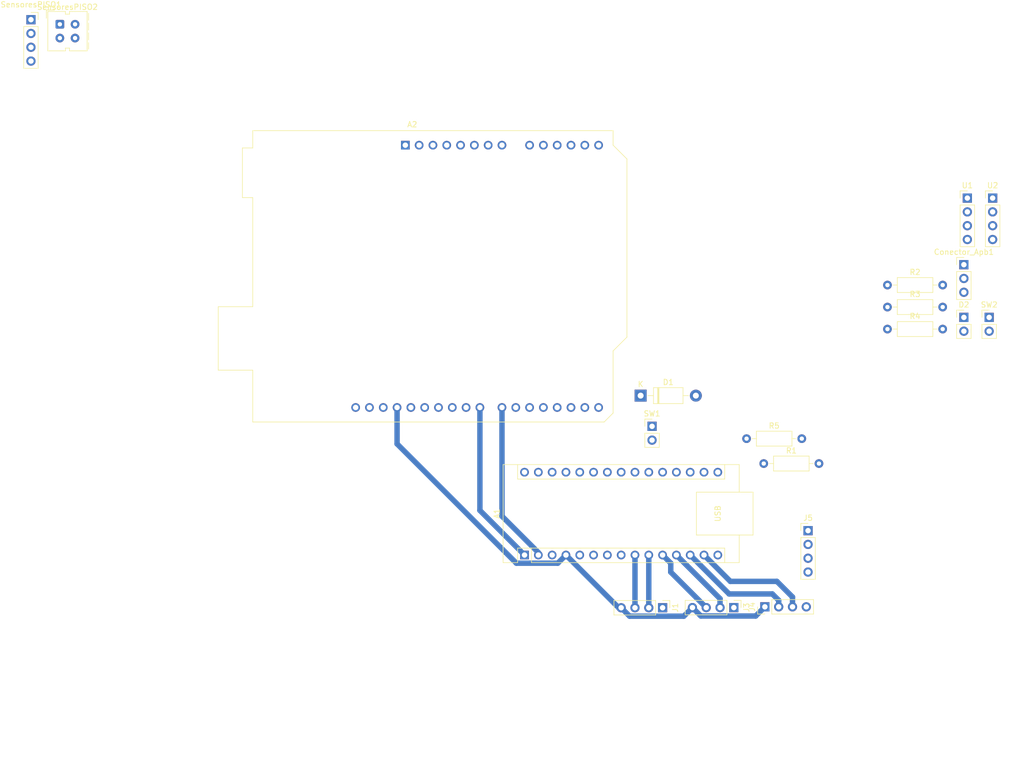
<source format=kicad_pcb>
(kicad_pcb (version 20240108) (generator "pcbnew") (generator_version "8.0")
  (layers (0 "F.Cu" signal) (31 "B.Cu" signal) (34 "B.Paste" user) (35 "F.Paste" user) (36 "B.SilkS" user "B.Silkscreen") (37 "F.SilkS" user "F.Silkscreen") (38 "B.Mask" user) (39 "F.Mask" user) (44 "Edge.Cuts" user))
  (net 0 "")
  (net 1 "AIN2 MONSTER SHIELD")
  (net 5 "ECHO 1")
  (net 6 "SENSOR DE PISO 1")
  (net 8 "ECHO 3")
  (net 9 "ECHO 4")
  (net 11 "TRIG 4")
  (net 12 "ECHO 2")
  (net 13 "GND")
  (net 16 "TRIG 2")
  (net 17 "VIN")
  (net 18 "AIN1 MONSTER SHIELD")
  (net 19 "SENSOR DE PISO 2")
  (net 20 "TRIG 3")
  (net 21 "BIN 2 MONSTER SHIELD")
  (net 22 "TRIG 1")
  (net 23 "BIN 1 MONSTER SHIELD")
  (net 24 "+5V")
  (net 25 "PWM A MONSTER SHIELD")
  (net 26 "PWM B MONSTER SHIELD")
  (net 28 "Earth")
  (net 33 "Net-(Conector_Apb1-Pin_1)")
  (net 34 "Net-(D1-A)")
  (net 41 "Net-(D2-K)")
  (net 42 "Net-(U1-K)")
  (net 45 "Net-(D2-A)")
  (net 50 "Net-(U2-K)")
  (net 51 "BOTON ")
  (footprint "Connector_PinHeader_2.54mm:PinHeader_1x04_P2.54mm_Vertical" (layer "F.Cu") (at 131.14 109.99 -90)
    (property "Reference" "J3" (at 0 -2.33 90) (layer "F.SilkS"))
    (property "Value" "Ultrasonico 2")
    (fp_line (start -1.33 8.95) (end 1.33 8.95) (stroke (width 0.12)) (layer "F.SilkS"))
    (fp_line (start -1.33 1.27) (end -1.33 8.95) (stroke (width 0.12)) (layer "F.SilkS"))
    (fp_line (start -1.33 1.27) (end 1.33 1.27) (stroke (width 0.12)) (layer "F.SilkS"))
    (fp_line (start 1.33 1.27) (end 1.33 8.95) (stroke (width 0.12)) (layer "F.SilkS"))
    (fp_line (start -1.33 0) (end -1.33 -1.33) (stroke (width 0.12)) (layer "F.SilkS"))
    (fp_line (start -1.33 -1.33) (end 0 -1.33) (stroke (width 0.12)) (layer "F.SilkS"))
    (pad "1" thru_hole rect (at 0 0 270) (size 1.7 1.7) (drill 1) (layers "*.Cu" "*.Mask") (net 24 "+5V"))
    (pad "2" thru_hole oval (at 0 2.54 270) (size 1.7 1.7) (drill 1) (layers "*.Cu" "*.Mask") (net 16 "TRIG 2"))
    (pad "3" thru_hole oval (at 0 5.08 270) (size 1.7 1.7) (drill 1) (layers "*.Cu" "*.Mask") (net 12 "ECHO 2"))
    (pad "4" thru_hole oval (at 0 7.62 270) (size 1.7 1.7) (drill 1) (layers "*.Cu" "*.Mask") (net 13 "GND"))
  )
  (footprint "Connector_PinHeader_2.54mm:PinHeader_1x04_P2.54mm_Vertical" (layer "F.Cu") (at 144.79 95.83)
    (property "Reference" "J5" (at 0 -2.33 0) (layer "F.SilkS"))
    (property "Value" "Ultrasonico 4")
    (fp_line (start -1.33 -1.33) (end 0 -1.33) (stroke (width 0.12)) (layer "F.SilkS"))
    (fp_line (start -1.33 0) (end -1.33 -1.33) (stroke (width 0.12)) (layer "F.SilkS"))
    (fp_line (start -1.33 1.27) (end -1.33 8.95) (stroke (width 0.12)) (layer "F.SilkS"))
    (fp_line (start -1.33 1.27) (end 1.33 1.27) (stroke (width 0.12)) (layer "F.SilkS"))
    (fp_line (start -1.33 8.95) (end 1.33 8.95) (stroke (width 0.12)) (layer "F.SilkS"))
    (fp_line (start 1.33 1.27) (end 1.33 8.95) (stroke (width 0.12)) (layer "F.SilkS"))
    (pad "1" thru_hole rect (at 0 0) (size 1.7 1.7) (drill 1) (layers "*.Cu" "*.Mask") (net 24 "+5V"))
    (pad "2" thru_hole oval (at 0 2.54) (size 1.7 1.7) (drill 1) (layers "*.Cu" "*.Mask") (net 11 "TRIG 4"))
    (pad "3" thru_hole oval (at 0 5.08) (size 1.7 1.7) (drill 1) (layers "*.Cu" "*.Mask") (net 9 "ECHO 4"))
    (pad "4" thru_hole oval (at 0 7.62) (size 1.7 1.7) (drill 1) (layers "*.Cu" "*.Mask") (net 13 "GND"))
  )
  (footprint "OptoDevice:Vishay_CNY70" (layer "F.Cu") (at 7.14 2.67)
    (property "Reference" "SensoresPISO2" (at 1.4 -3.17 0) (layer "F.SilkS"))
    (property "Value" "Conn_01x04")
    (fp_line (start -2.48 -2.61) (end -2.48 -1.11) (stroke (width 0.12)) (layer "F.SilkS"))
    (fp_line (start -2.48 -2.61) (end -0.98 -2.61) (stroke (width 0.12)) (layer "F.SilkS"))
    (fp_line (start -2.22 -2.35) (end -2.22 4.89) (stroke (width 0.12)) (layer "F.SilkS"))
    (fp_line (start 1.02 -2.35) (end -2.22 -2.35) (stroke (width 0.12)) (layer "F.SilkS"))
    (fp_line (start 1.02 -2.35) (end 1.02 -1.85) (stroke (width 0.12)) (layer "F.SilkS"))
    (fp_line (start 1.02 -1.85) (end 1.78 -1.85) (stroke (width 0.12)) (layer "F.SilkS"))
    (fp_line (start 1.02 4.39) (end 1.02 4.89) (stroke (width 0.12)) (layer "F.SilkS"))
    (fp_line (start 1.02 4.89) (end -2.22 4.89) (stroke (width 0.12)) (layer "F.SilkS"))
    (fp_line (start 1.78 -2.35) (end 5.02 -2.35) (stroke (width 0.12)) (layer "F.SilkS"))
    (fp_line (start 1.78 -1.85) (end 1.78 -2.35) (stroke (width 0.12)) (layer "F.SilkS"))
    (fp_line (start 1.78 4.39) (end 1.02 4.39) (stroke (width 0.12)) (layer "F.SilkS"))
    (fp_line (start 1.78 4.89) (end 1.78 4.39) (stroke (width 0.12)) (layer "F.SilkS"))
    (fp_line (start 1.78 4.89) (end 5.02 4.89) (stroke (width 0.12)) (layer "F.SilkS"))
    (fp_line (start 5.02 4.89) (end 5.02 -2.35) (stroke (width 0.12)) (layer "F.SilkS"))
    (fp_line (start 5.28 -2.03) (end 5.28 4.57) (stroke (width 0.12) (type dash)) (layer "F.SilkS"))
    (pad "1" thru_hole roundrect (at 0 0) (size 1.6 1.6) (drill 0.8) (layers "*.Cu" "*.Mask") (roundrect_rratio 0.156) (net 24 "+5V"))
    (pad "2" thru_hole circle (at 0 2.54) (size 1.6 1.6) (drill 0.8) (layers "*.Cu" "*.Mask"))
    (pad "3" thru_hole circle (at 2.8 2.54) (size 1.6 1.6) (drill 0.8) (layers "*.Cu" "*.Mask") (net 13 "GND"))
    (pad "4" thru_hole circle (at 2.8 0) (size 1.6 1.6) (drill 0.8) (layers "*.Cu" "*.Mask") (net 19 "SENSOR DE PISO 2"))
  )
  (footprint "Connector_PinHeader_2.54mm:PinHeader_1x04_P2.54mm_Vertical" (layer "F.Cu") (at 174.1 34.65)
    (property "Reference" "U1" (at 0 -2.33 0) (layer "F.SilkS"))
    (property "Value" "CNY70")
    (fp_line (start -1.33 -1.33) (end 0 -1.33) (stroke (width 0.12)) (layer "F.SilkS"))
    (fp_line (start -1.33 0) (end -1.33 -1.33) (stroke (width 0.12)) (layer "F.SilkS"))
    (fp_line (start -1.33 1.27) (end -1.33 8.95) (stroke (width 0.12)) (layer "F.SilkS"))
    (fp_line (start -1.33 1.27) (end 1.33 1.27) (stroke (width 0.12)) (layer "F.SilkS"))
    (fp_line (start -1.33 8.95) (end 1.33 8.95) (stroke (width 0.12)) (layer "F.SilkS"))
    (fp_line (start 1.33 1.27) (end 1.33 8.95) (stroke (width 0.12)) (layer "F.SilkS"))
    (pad "1" thru_hole rect (at 0 0) (size 1.7 1.7) (drill 1) (layers "*.Cu" "*.Mask") (net 24 "+5V"))
    (pad "2" thru_hole oval (at 0 2.54) (size 1.7 1.7) (drill 1) (layers "*.Cu" "*.Mask") (net 42 "Net-(U1-K)"))
    (pad "3" thru_hole oval (at 0 5.08) (size 1.7 1.7) (drill 1) (layers "*.Cu" "*.Mask") (net 24 "+5V"))
    (pad "4" thru_hole oval (at 0 7.62) (size 1.7 1.7) (drill 1) (layers "*.Cu" "*.Mask") (net 6 "SENSOR DE PISO 1"))
  )
  (footprint "Connector_PinHeader_2.54mm:PinHeader_1x02_P2.54mm_Vertical" (layer "F.Cu") (at 116.09 76.64)
    (property "Reference" "SW1" (at 0 -2.33 0) (layer "F.SilkS"))
    (property "Value" "SW_SPST")
    (fp_line (start -1.33 -1.33) (end 0 -1.33) (stroke (width 0.12)) (layer "F.SilkS"))
    (fp_line (start -1.33 0) (end -1.33 -1.33) (stroke (width 0.12)) (layer "F.SilkS"))
    (fp_line (start -1.33 1.27) (end -1.33 3.87) (stroke (width 0.12)) (layer "F.SilkS"))
    (fp_line (start -1.33 1.27) (end 1.33 1.27) (stroke (width 0.12)) (layer "F.SilkS"))
    (fp_line (start -1.33 3.87) (end 1.33 3.87) (stroke (width 0.12)) (layer "F.SilkS"))
    (fp_line (start 1.33 1.27) (end 1.33 3.87) (stroke (width 0.12)) (layer "F.SilkS"))
    (pad "1" thru_hole rect (at 0 0) (size 1.7 1.7) (drill 1) (layers "*.Cu" "*.Mask") (net 34 "Net-(D1-A)"))
    (pad "2" thru_hole oval (at 0 2.54) (size 1.7 1.7) (drill 1) (layers "*.Cu" "*.Mask") (net 45 "Net-(D2-A)"))
  )
  (footprint "Resistor_THT:R_Axial_DIN0207_L6.3mm_D2.5mm_P10.16mm_Horizontal" (layer "F.Cu") (at 159.4 58.75)
    (property "Reference" "R4" (at 5.08 -2.37 0) (layer "F.SilkS"))
    (property "Value" "200")
    (fp_line (start 1.04 0) (end 1.81 0) (stroke (width 0.12)) (layer "F.SilkS"))
    (fp_line (start 1.81 -1.37) (end 1.81 1.37) (stroke (width 0.12)) (layer "F.SilkS"))
    (fp_line (start 1.81 1.37) (end 8.35 1.37) (stroke (width 0.12)) (layer "F.SilkS"))
    (fp_line (start 8.35 -1.37) (end 1.81 -1.37) (stroke (width 0.12)) (layer "F.SilkS"))
    (fp_line (start 8.35 1.37) (end 8.35 -1.37) (stroke (width 0.12)) (layer "F.SilkS"))
    (fp_line (start 9.12 0) (end 8.35 0) (stroke (width 0.12)) (layer "F.SilkS"))
    (pad "1" thru_hole circle (at 0 0) (size 1.6 1.6) (drill 0.8) (layers "*.Cu" "*.Mask") (net 13 "GND"))
    (pad "2" thru_hole oval (at 10.16 0) (size 1.6 1.6) (drill 0.8) (layers "*.Cu" "*.Mask") (net 50 "Net-(U2-K)"))
  )
  (footprint "Connector_PinHeader_2.54mm:PinHeader_1x03_P2.54mm_Vertical" (layer "F.Cu") (at 173.46 46.9)
    (property "Reference" "Conector_Apb1" (at 0 -2.33 0) (layer "F.SilkS"))
    (property "Value" "Conector Apb")
    (fp_line (start -1.33 -1.33) (end 0 -1.33) (stroke (width 0.12)) (layer "F.SilkS"))
    (fp_line (start -1.33 0) (end -1.33 -1.33) (stroke (width 0.12)) (layer "F.SilkS"))
    (fp_line (start -1.33 1.27) (end -1.33 6.41) (stroke (width 0.12)) (layer "F.SilkS"))
    (fp_line (start -1.33 1.27) (end 1.33 1.27) (stroke (width 0.12)) (layer "F.SilkS"))
    (fp_line (start -1.33 6.41) (end 1.33 6.41) (stroke (width 0.12)) (layer "F.SilkS"))
    (fp_line (start 1.33 1.27) (end 1.33 6.41) (stroke (width 0.12)) (layer "F.SilkS"))
    (pad "1" thru_hole rect (at 0 0) (size 1.7 1.7) (drill 1) (layers "*.Cu" "*.Mask") (net 33 "Net-(Conector_Apb1-Pin_1)"))
    (pad "2" thru_hole oval (at 0 2.54) (size 1.7 1.7) (drill 1) (layers "*.Cu" "*.Mask") (net 28 "Earth"))
    (pad "3" thru_hole oval (at 0 5.08) (size 1.7 1.7) (drill 1) (layers "*.Cu" "*.Mask") (net 33 "Net-(Conector_Apb1-Pin_1)"))
  )
  (footprint "Connector_PinHeader_2.54mm:PinHeader_1x02_P2.54mm_Vertical" (layer "F.Cu") (at 178.11 56.6)
    (property "Reference" "SW2" (at 0 -2.33 0) (layer "F.SilkS"))
    (property "Value" "SW_Push")
    (fp_line (start -1.33 -1.33) (end 0 -1.33) (stroke (width 0.12)) (layer "F.SilkS"))
    (fp_line (start -1.33 0) (end -1.33 -1.33) (stroke (width 0.12)) (layer "F.SilkS"))
    (fp_line (start -1.33 1.27) (end -1.33 3.87) (stroke (width 0.12)) (layer "F.SilkS"))
    (fp_line (start -1.33 1.27) (end 1.33 1.27) (stroke (width 0.12)) (layer "F.SilkS"))
    (fp_line (start -1.33 3.87) (end 1.33 3.87) (stroke (width 0.12)) (layer "F.SilkS"))
    (fp_line (start 1.33 1.27) (end 1.33 3.87) (stroke (width 0.12)) (layer "F.SilkS"))
    (pad "1" thru_hole rect (at 0 0) (size 1.7 1.7) (drill 1) (layers "*.Cu" "*.Mask") (net 51 "BOTON "))
    (pad "2" thru_hole oval (at 0 2.54) (size 1.7 1.7) (drill 1) (layers "*.Cu" "*.Mask") (net 13 "GND"))
  )
  (footprint "Resistor_THT:R_Axial_DIN0207_L6.3mm_D2.5mm_P10.16mm_Horizontal" (layer "F.Cu") (at 133.48 78.91)
    (property "Reference" "R5" (at 5.08 -2.37 0) (layer "F.SilkS"))
    (property "Value" "10K")
    (fp_line (start 1.04 0) (end 1.81 0) (stroke (width 0.12)) (layer "F.SilkS"))
    (fp_line (start 1.81 -1.37) (end 1.81 1.37) (stroke (width 0.12)) (layer "F.SilkS"))
    (fp_line (start 1.81 1.37) (end 8.35 1.37) (stroke (width 0.12)) (layer "F.SilkS"))
    (fp_line (start 8.35 -1.37) (end 1.81 -1.37) (stroke (width 0.12)) (layer "F.SilkS"))
    (fp_line (start 8.35 1.37) (end 8.35 -1.37) (stroke (width 0.12)) (layer "F.SilkS"))
    (fp_line (start 9.12 0) (end 8.35 0) (stroke (width 0.12)) (layer "F.SilkS"))
    (pad "1" thru_hole circle (at 0 0) (size 1.6 1.6) (drill 0.8) (layers "*.Cu" "*.Mask") (net 19 "SENSOR DE PISO 2"))
    (pad "2" thru_hole oval (at 10.16 0) (size 1.6 1.6) (drill 0.8) (layers "*.Cu" "*.Mask") (net 13 "GND"))
  )
  (footprint "Diode_THT:D_DO-41_SOD81_P10.16mm_Horizontal" (layer "F.Cu") (at 113.99 70.995)
    (property "Reference" "D1" (at 5.08 -2.47 0) (layer "F.SilkS"))
    (property "Value" "SB120")
    (fp_line (start 1.34 0) (end 2.36 0) (stroke (width 0.12)) (layer "F.SilkS"))
    (fp_line (start 2.36 -1.47) (end 2.36 1.47) (stroke (width 0.12)) (layer "F.SilkS"))
    (fp_line (start 2.36 1.47) (end 7.8 1.47) (stroke (width 0.12)) (layer "F.SilkS"))
    (fp_line (start 3.14 -1.47) (end 3.14 1.47) (stroke (width 0.12)) (layer "F.SilkS"))
    (fp_line (start 3.26 -1.47) (end 3.26 1.47) (stroke (width 0.12)) (layer "F.SilkS"))
    (fp_line (start 3.38 -1.47) (end 3.38 1.47) (stroke (width 0.12)) (layer "F.SilkS"))
    (fp_line (start 7.8 -1.47) (end 2.36 -1.47) (stroke (width 0.12)) (layer "F.SilkS"))
    (fp_line (start 7.8 1.47) (end 7.8 -1.47) (stroke (width 0.12)) (layer "F.SilkS"))
    (fp_line (start 8.82 0) (end 7.8 0) (stroke (width 0.12)) (layer "F.SilkS"))
    (fp_text user "K" (at 0 -2.1 0) (layer "F.SilkS"))
    (pad "1" thru_hole rect (at 0 0) (size 2.2 2.2) (drill 1.1) (layers "*.Cu" "*.Mask"))
    (pad "2" thru_hole oval (at 10.16 0) (size 2.2 2.2) (drill 1.1) (layers "*.Cu" "*.Mask") (net 34 "Net-(D1-A)"))
  )
  (footprint "Connector_PinHeader_2.54mm:PinHeader_1x04_P2.54mm_Vertical" (layer "F.Cu") (at 136.85 109.85 90)
    (property "Reference" "J4" (at 0 -2.33 -90) (layer "F.SilkS"))
    (property "Value" "Ultrasonico 3")
    (fp_line (start -1.33 -1.33) (end 0 -1.33) (stroke (width 0.12)) (layer "F.SilkS"))
    (fp_line (start -1.33 0) (end -1.33 -1.33) (stroke (width 0.12)) (layer "F.SilkS"))
    (fp_line (start 1.33 1.27) (end 1.33 8.95) (stroke (width 0.12)) (layer "F.SilkS"))
    (fp_line (start -1.33 1.27) (end 1.33 1.27) (stroke (width 0.12)) (layer "F.SilkS"))
    (fp_line (start -1.33 1.27) (end -1.33 8.95) (stroke (width 0.12)) (layer "F.SilkS"))
    (fp_line (start -1.33 8.95) (end 1.33 8.95) (stroke (width 0.12)) (layer "F.SilkS"))
    (pad "1" thru_hole rect (at 0 0 90) (size 1.7 1.7) (drill 1) (layers "*.Cu" "*.Mask") (net 13 "GND"))
    (pad "2" thru_hole oval (at 0 2.54 90) (size 1.7 1.7) (drill 1) (layers "*.Cu" "*.Mask") (net 8 "ECHO 3"))
    (pad "3" thru_hole oval (at 0 5.08 90) (size 1.7 1.7) (drill 1) (layers "*.Cu" "*.Mask") (net 20 "TRIG 3"))
    (pad "4" thru_hole oval (at 0 7.62 90) (size 1.7 1.7) (drill 1) (layers "*.Cu" "*.Mask") (net 24 "+5V"))
  )
  (footprint "Resistor_THT:R_Axial_DIN0207_L6.3mm_D2.5mm_P10.16mm_Horizontal" (layer "F.Cu") (at 159.4 54.7)
    (property "Reference" "R3" (at 5.08 -2.37 0) (layer "F.SilkS"))
    (property "Value" "200")
    (fp_line (start 1.04 0) (end 1.81 0) (stroke (width 0.12)) (layer "F.SilkS"))
    (fp_line (start 1.81 -1.37) (end 1.81 1.37) (stroke (width 0.12)) (layer "F.SilkS"))
    (fp_line (start 1.81 1.37) (end 8.35 1.37) (stroke (width 0.12)) (layer "F.SilkS"))
    (fp_line (start 8.35 -1.37) (end 1.81 -1.37) (stroke (width 0.12)) (layer "F.SilkS"))
    (fp_line (start 8.35 1.37) (end 8.35 -1.37) (stroke (width 0.12)) (layer "F.SilkS"))
    (fp_line (start 9.12 0) (end 8.35 0) (stroke (width 0.12)) (layer "F.SilkS"))
    (pad "1" thru_hole circle (at 0 0) (size 1.6 1.6) (drill 0.8) (layers "*.Cu" "*.Mask") (net 13 "GND"))
    (pad "2" thru_hole oval (at 10.16 0) (size 1.6 1.6) (drill 0.8) (layers "*.Cu" "*.Mask") (net 42 "Net-(U1-K)"))
  )
  (footprint "Module:Arduino_UNO_R3" (layer "F.Cu") (at 70.7 24.915)
    (property "Reference" "A2" (at 1.27 -3.81 180) (layer "F.SilkS"))
    (property "Value" "MONSTER SHIELD")
    (fp_line (start -34.42 29.72) (end -34.42 41.4) (stroke (width 0.12)) (layer "F.SilkS"))
    (fp_line (start -34.42 41.4) (end -28.07 41.4) (stroke (width 0.12)) (layer "F.SilkS"))
    (fp_line (start -29.97 0.51) (end -29.97 9.65) (stroke (width 0.12)) (layer "F.SilkS"))
    (fp_line (start -29.97 9.65) (end -28.07 9.65) (stroke (width 0.12)) (layer "F.SilkS"))
    (fp_line (start -28.07 -2.67) (end -28.07 0.51) (stroke (width 0.12)) (layer "F.SilkS"))
    (fp_line (start -28.07 0.51) (end -29.97 0.51) (stroke (width 0.12)) (layer "F.SilkS"))
    (fp_line (start -28.07 9.65) (end -28.07 29.72) (stroke (width 0.12)) (layer "F.SilkS"))
    (fp_line (start -28.07 29.72) (end -34.42 29.72) (stroke (width 0.12)) (layer "F.SilkS"))
    (fp_line (start -28.07 41.4) (end -28.07 50.93) (stroke (width 0.12)) (layer "F.SilkS"))
    (fp_line (start -28.07 50.93) (end 36.58 50.93) (stroke (width 0.12)) (layer "F.SilkS"))
    (fp_line (start 36.58 50.93) (end 38.23 49.28) (stroke (width 0.12)) (layer "F.SilkS"))
    (fp_line (start 38.23 -2.67) (end -28.07 -2.67) (stroke (width 0.12)) (layer "F.SilkS"))
    (fp_line (start 38.23 0) (end 38.23 -2.67) (stroke (width 0.12)) (layer "F.SilkS"))
    (fp_line (start 38.23 37.85) (end 40.77 35.31) (stroke (width 0.12)) (layer "F.SilkS"))
    (fp_line (start 38.23 49.28) (end 38.23 37.85) (stroke (width 0.12)) (layer "F.SilkS"))
    (fp_line (start 40.77 2.54) (end 38.23 0) (stroke (width 0.12)) (layer "F.SilkS"))
    (fp_line (start 40.77 35.31) (end 40.77 2.54) (stroke (width 0.12)) (layer "F.SilkS"))
    (pad "1" thru_hole rect (at 0 0 90) (size 1.6 1.6) (drill 1) (layers "*.Cu" "*.Mask"))
    (pad "2" thru_hole oval (at 2.54 0 90) (size 1.6 1.6) (drill 1) (layers "*.Cu" "*.Mask"))
    (pad "3" thru_hole oval (at 5.08 0 90) (size 1.6 1.6) (drill 1) (layers "*.Cu" "*.Mask"))
    (pad "4" thru_hole oval (at 7.62 0 90) (size 1.6 1.6) (drill 1) (layers "*.Cu" "*.Mask"))
    (pad "5" thru_hole oval (at 10.16 0 90) (size 1.6 1.6) (drill 1) (layers "*.Cu" "*.Mask") (net 24 "+5V"))
    (pad "6" thru_hole oval (at 12.7 0 90) (size 1.6 1.6) (drill 1) (layers "*.Cu" "*.Mask") (net 13 "GND"))
    (pad "7" thru_hole oval (at 15.24 0 90) (size 1.6 1.6) (drill 1) (layers "*.Cu" "*.Mask") (net 13 "GND"))
    (pad "8" thru_hole oval (at 17.78 0 90) (size 1.6 1.6) (drill 1) (layers "*.Cu" "*.Mask"))
    (pad "9" thru_hole oval (at 22.86 0 90) (size 1.6 1.6) (drill 1) (layers "*.Cu" "*.Mask") (net 24 "+5V"))
    (pad "10" thru_hole oval (at 25.4 0 90) (size 1.6 1.6) (drill 1) (layers "*.Cu" "*.Mask") (net 24 "+5V"))
    (pad "11" thru_hole oval (at 27.94 0 90) (size 1.6 1.6) (drill 1) (layers "*.Cu" "*.Mask"))
    (pad "12" thru_hole oval (at 30.48 0 90) (size 1.6 1.6) (drill 1) (layers "*.Cu" "*.Mask"))
    (pad "13" thru_hole oval (at 33.02 0 90) (size 1.6 1.6) (drill 1) (layers "*.Cu" "*.Mask"))
    (pad "14" thru_hole oval (at 35.56 0 90) (size 1.6 1.6) (drill 1) (layers "*.Cu" "*.Mask"))
    (pad "15" thru_hole oval (at 35.56 48.26 90) (size 1.6 1.6) (drill 1) (layers "*.Cu" "*.Mask"))
    (pad "16" thru_hole oval (at 33.02 48.26 90) (size 1.6 1.6) (drill 1) (layers "*.Cu" "*.Mask"))
    (pad "17" thru_hole oval (at 30.48 48.26 90) (size 1.6 1.6) (drill 1) (layers "*.Cu" "*.Mask"))
    (pad "18" thru_hole oval (at 27.94 48.26 90) (size 1.6 1.6) (drill 1) (layers "*.Cu" "*.Mask"))
    (pad "19" thru_hole oval (at 25.4 48.26 90) (size 1.6 1.6) (drill 1) (layers "*.Cu" "*.Mask") (net 23 "BIN 1 MONSTER SHIELD"))
    (pad "20" thru_hole oval (at 22.86 48.26 90) (size 1.6 1.6) (drill 1) (layers "*.Cu" "*.Mask") (net 25 "PWM A MONSTER SHIELD"))
    (pad "21" thru_hole oval (at 20.32 48.26 90) (size 1.6 1.6) (drill 1) (layers "*.Cu" "*.Mask") (net 26 "PWM B MONSTER SHIELD"))
    (pad "22" thru_hole oval (at 17.78 48.26 90) (size 1.6 1.6) (drill 1) (layers "*.Cu" "*.Mask") (net 18 "AIN1 MONSTER SHIELD"))
    (pad "23" thru_hole oval (at 13.72 48.26 90) (size 1.6 1.6) (drill 1) (layers "*.Cu" "*.Mask") (net 1 "AIN2 MONSTER SHIELD"))
    (pad "24" thru_hole oval (at 11.18 48.26 90) (size 1.6 1.6) (drill 1) (layers "*.Cu" "*.Mask") (net 21 "BIN 2 MONSTER SHIELD"))
    (pad "25" thru_hole oval (at 8.64 48.26 90) (size 1.6 1.6) (drill 1) (layers "*.Cu" "*.Mask"))
    (pad "26" thru_hole oval (at 6.1 48.26 90) (size 1.6 1.6) (drill 1) (layers "*.Cu" "*.Mask"))
    (pad "27" thru_hole oval (at 3.56 48.26 90) (size 1.6 1.6) (drill 1) (layers "*.Cu" "*.Mask"))
    (pad "28" thru_hole oval (at 1.02 48.26 90) (size 1.6 1.6) (drill 1) (layers "*.Cu" "*.Mask"))
    (pad "29" thru_hole oval (at -1.52 48.26 90) (size 1.6 1.6) (drill 1) (layers "*.Cu" "*.Mask") (net 13 "GND"))
    (pad "30" thru_hole oval (at -4.06 48.26 90) (size 1.6 1.6) (drill 1) (layers "*.Cu" "*.Mask"))
    (pad "31" thru_hole oval (at -6.6 48.26 90) (size 1.6 1.6) (drill 1) (layers "*.Cu" "*.Mask"))
    (pad "32" thru_hole oval (at -9.14 48.26 90) (size 1.6 1.6) (drill 1) (layers "*.Cu" "*.Mask"))
  )
  (footprint "Resistor_THT:R_Axial_DIN0207_L6.3mm_D2.5mm_P10.16mm_Horizontal" (layer "F.Cu") (at 159.4 50.65)
    (property "Reference" "R2" (at 5.08 -2.37 0) (layer "F.SilkS"))
    (property "Value" "10K")
    (fp_line (start 1.04 0) (end 1.81 0) (stroke (width 0.12)) (layer "F.SilkS"))
    (fp_line (start 1.81 -1.37) (end 1.81 1.37) (stroke (width 0.12)) (layer "F.SilkS"))
    (fp_line (start 1.81 1.37) (end 8.35 1.37) (stroke (width 0.12)) (layer "F.SilkS"))
    (fp_line (start 8.35 -1.37) (end 1.81 -1.37) (stroke (width 0.12)) (layer "F.SilkS"))
    (fp_line (start 8.35 1.37) (end 8.35 -1.37) (stroke (width 0.12)) (layer "F.SilkS"))
    (fp_line (start 9.12 0) (end 8.35 0) (stroke (width 0.12)) (layer "F.SilkS"))
    (pad "1" thru_hole circle (at 0 0) (size 1.6 1.6) (drill 0.8) (layers "*.Cu" "*.Mask") (net 6 "SENSOR DE PISO 1"))
    (pad "2" thru_hole oval (at 10.16 0) (size 1.6 1.6) (drill 0.8) (layers "*.Cu" "*.Mask") (net 13 "GND"))
  )
  (footprint "Connector_PinHeader_2.54mm:PinHeader_1x02_P2.54mm_Vertical" (layer "F.Cu") (at 173.46 56.6)
    (property "Reference" "D2" (at 0 -2.33 0) (layer "F.SilkS"))
    (property "Value" "LED")
    (fp_line (start -1.33 -1.33) (end 0 -1.33) (stroke (width 0.12)) (layer "F.SilkS"))
    (fp_line (start -1.33 0) (end -1.33 -1.33) (stroke (width 0.12)) (layer "F.SilkS"))
    (fp_line (start -1.33 1.27) (end -1.33 3.87) (stroke (width 0.12)) (layer "F.SilkS"))
    (fp_line (start -1.33 1.27) (end 1.33 1.27) (stroke (width 0.12)) (layer "F.SilkS"))
    (fp_line (start -1.33 3.87) (end 1.33 3.87) (stroke (width 0.12)) (layer "F.SilkS"))
    (fp_line (start 1.33 1.27) (end 1.33 3.87) (stroke (width 0.12)) (layer "F.SilkS"))
    (pad "1" thru_hole rect (at 0 0) (size 1.7 1.7) (drill 1) (layers "*.Cu" "*.Mask") (net 41 "Net-(D2-K)"))
    (pad "2" thru_hole oval (at 0 2.54) (size 1.7 1.7) (drill 1) (layers "*.Cu" "*.Mask") (net 45 "Net-(D2-A)"))
  )
  (footprint "Module:Arduino_Nano" (layer "F.Cu") (at 92.63 100.32 90)
    (property "Reference" "A1" (at 7.62 -5.08 -90) (layer "F.SilkS"))
    (property "Value" "Arduino_Nano_v3.x")
    (fp_line (start 16.64 -3.94) (end -1.4 -3.94) (stroke (width 0.12)) (layer "F.SilkS"))
    (fp_line (start -1.4 -3.94) (end -1.4 -1.27) (stroke (width 0.12)) (layer "F.SilkS"))
    (fp_line (start 13.97 -1.27) (end 16.64 -1.27) (stroke (width 0.12)) (layer "F.SilkS"))
    (fp_line (start 13.97 -1.27) (end 13.97 36.83) (stroke (width 0.12)) (layer "F.SilkS"))
    (fp_line (start 1.27 -1.27) (end -1.4 -1.27) (stroke (width 0.12)) (layer "F.SilkS"))
    (fp_line (start 1.27 1.27) (end 1.27 -1.27) (stroke (width 0.12)) (layer "F.SilkS"))
    (fp_line (start 1.27 1.27) (end -1.4 1.27) (stroke (width 0.12)) (layer "F.SilkS"))
    (fp_line (start 1.27 1.27) (end 1.27 36.83) (stroke (width 0.12)) (layer "F.SilkS"))
    (fp_line (start -1.4 1.27) (end -1.4 39.5) (stroke (width 0.12)) (layer "F.SilkS"))
    (fp_line (start 11.56 31.62) (end 11.56 42.04) (stroke (width 0.12)) (layer "F.SilkS"))
    (fp_line (start 3.68 31.62) (end 11.56 31.62) (stroke (width 0.12)) (layer "F.SilkS"))
    (fp_line (start 13.97 36.83) (end 16.64 36.83) (stroke (width 0.12)) (layer "F.SilkS"))
    (fp_line (start 1.27 36.83) (end -1.4 36.83) (stroke (width 0.12)) (layer "F.SilkS"))
    (fp_line (start 16.64 39.5) (end 16.64 -3.94) (stroke (width 0.12)) (layer "F.SilkS"))
    (fp_line (start 16.64 39.5) (end 11.56 39.5) (stroke (width 0.12)) (layer "F.SilkS"))
    (fp_line (start -1.4 39.5) (end 3.68 39.5) (stroke (width 0.12)) (layer "F.SilkS"))
    (fp_line (start 11.56 42.04) (end 3.68 42.04) (stroke (width 0.12)) (layer "F.SilkS"))
    (fp_line (start 3.68 42.04) (end 3.68 31.62) (stroke (width 0.12)) (layer "F.SilkS"))
    (fp_text user "USB" (at 7.62 35.56 90) (layer "F.SilkS"))
    (pad "1" thru_hole rect (at 0 0 90) (size 1.6 1.6) (drill 1) (layers "*.Cu" "*.Mask") (net 1 "AIN2 MONSTER SHIELD"))
    (pad "2" thru_hole oval (at 0 2.54 90) (size 1.6 1.6) (drill 1) (layers "*.Cu" "*.Mask") (net 18 "AIN1 MONSTER SHIELD"))
    (pad "3" thru_hole oval (at 0 5.08 90) (size 1.6 1.6) (drill 1) (layers "*.Cu" "*.Mask"))
    (pad "4" thru_hole oval (at 0 7.62 90) (size 1.6 1.6) (drill 1) (layers "*.Cu" "*.Mask") (net 13 "GND"))
    (pad "5" thru_hole oval (at 0 10.16 90) (size 1.6 1.6) (drill 1) (layers "*.Cu" "*.Mask") (net 23 "BIN 1 MONSTER SHIELD"))
    (pad "6" thru_hole oval (at 0 12.7 90) (size 1.6 1.6) (drill 1) (layers "*.Cu" "*.Mask") (net 25 "PWM A MONSTER SHIELD"))
    (pad "7" thru_hole oval (at 0 15.24 90) (size 1.6 1.6) (drill 1) (layers "*.Cu" "*.Mask") (net 21 "BIN 2 MONSTER SHIELD"))
    (pad "8" thru_hole oval (at 0 17.78 90) (size 1.6 1.6) (drill 1) (layers "*.Cu" "*.Mask") (net 26 "PWM B MONSTER SHIELD"))
    (pad "9" thru_hole oval (at 0 20.32 90) (size 1.6 1.6) (drill 1) (layers "*.Cu" "*.Mask") (net 5 "ECHO 1"))
    (pad "10" thru_hole oval (at 0 22.86 90) (size 1.6 1.6) (drill 1) (layers "*.Cu" "*.Mask") (net 22 "TRIG 1"))
    (pad "11" thru_hole oval (at 0 25.4 90) (size 1.6 1.6) (drill 1) (layers "*.Cu" "*.Mask") (net 12 "ECHO 2"))
    (pad "12" thru_hole oval (at 0 27.94 90) (size 1.6 1.6) (drill 1) (layers "*.Cu" "*.Mask") (net 16 "TRIG 2"))
    (pad "13" thru_hole oval (at 0 30.48 90) (size 1.6 1.6) (drill 1) (layers "*.Cu" "*.Mask") (net 8 "ECHO 3"))
    (pad "14" thru_hole oval (at 0 33.02 90) (size 1.6 1.6) (drill 1) (layers "*.Cu" "*.Mask") (net 20 "TRIG 3"))
    (pad "15" thru_hole oval (at 0 35.56 90) (size 1.6 1.6) (drill 1) (layers "*.Cu" "*.Mask") (net 9 "ECHO 4"))
    (pad "16" thru_hole oval (at 15.24 35.56 90) (size 1.6 1.6) (drill 1) (layers "*.Cu" "*.Mask") (net 11 "TRIG 4"))
    (pad "17" thru_hole oval (at 15.24 33.02 90) (size 1.6 1.6) (drill 1) (layers "*.Cu" "*.Mask"))
    (pad "18" thru_hole oval (at 15.24 30.48 90) (size 1.6 1.6) (drill 1) (layers "*.Cu" "*.Mask"))
    (pad "19" thru_hole oval (at 15.24 27.94 90) (size 1.6 1.6) (drill 1) (layers "*.Cu" "*.Mask") (net 6 "SENSOR DE PISO 1"))
    (pad "20" thru_hole oval (at 15.24 25.4 90) (size 1.6 1.6) (drill 1) (layers "*.Cu" "*.Mask") (net 19 "SENSOR DE PISO 2"))
    (pad "21" thru_hole oval (at 15.24 22.86 90) (size 1.6 1.6) (drill 1) (layers "*.Cu" "*.Mask"))
    (pad "22" thru_hole oval (at 15.24 20.32 90) (size 1.6 1.6) (drill 1) (layers "*.Cu" "*.Mask"))
    (pad "23" thru_hole oval (at 15.24 17.78 90) (size 1.6 1.6) (drill 1) (layers "*.Cu" "*.Mask"))
    (pad "24" thru_hole oval (at 15.24 15.24 90) (size 1.6 1.6) (drill 1) (layers "*.Cu" "*.Mask"))
    (pad "25" thru_hole oval (at 15.24 12.7 90) (size 1.6 1.6) (drill 1) (layers "*.Cu" "*.Mask"))
    (pad "26" thru_hole oval (at 15.24 10.16 90) (size 1.6 1.6) (drill 1) (layers "*.Cu" "*.Mask"))
    (pad "27" thru_hole oval (at 15.24 7.62 90) (size 1.6 1.6) (drill 1) (layers "*.Cu" "*.Mask") (net 24 "+5V"))
    (pad "28" thru_hole oval (at 15.24 5.08 90) (size 1.6 1.6) (drill 1) (layers "*.Cu" "*.Mask"))
    (pad "29" thru_hole oval (at 15.24 2.54 90) (size 1.6 1.6) (drill 1) (layers "*.Cu" "*.Mask") (net 13 "GND"))
    (pad "30" thru_hole oval (at 15.24 0 90) (size 1.6 1.6) (drill 1) (layers "*.Cu" "*.Mask") (net 17 "VIN"))
  )
  (footprint "Resistor_THT:R_Axial_DIN0207_L6.3mm_D2.5mm_P10.16mm_Horizontal" (layer "F.Cu") (at 136.64 83.49)
    (property "Reference" "R1" (at 5.08 -2.37 0) (layer "F.SilkS"))
    (property "Value" "R_US")
    (fp_line (start 1.04 0) (end 1.81 0) (stroke (width 0.12)) (layer "F.SilkS"))
    (fp_line (start 1.81 -1.37) (end 1.81 1.37) (stroke (width 0.12)) (layer "F.SilkS"))
    (fp_line (start 1.81 1.37) (end 8.35 1.37) (stroke (width 0.12)) (layer "F.SilkS"))
    (fp_line (start 8.35 -1.37) (end 1.81 -1.37) (stroke (width 0.12)) (layer "F.SilkS"))
    (fp_line (start 8.35 1.37) (end 8.35 -1.37) (stroke (width 0.12)) (layer "F.SilkS"))
    (fp_line (start 9.12 0) (end 8.35 0) (stroke (width 0.12)) (layer "F.SilkS"))
    (pad "1" thru_hole circle (at 0 0) (size 1.6 1.6) (drill 0.8) (layers "*.Cu" "*.Mask") (net 28 "Earth"))
    (pad "2" thru_hole oval (at 10.16 0) (size 1.6 1.6) (drill 0.8) (layers "*.Cu" "*.Mask") (net 41 "Net-(D2-K)"))
  )
  (footprint "Connector_PinSocket_2.54mm:PinSocket_1x04_P2.54mm_Vertical" (layer "F.Cu") (at 1.825 1.825)
    (property "Reference" "SensoresPISO1" (at 0 -2.77 0) (layer "F.SilkS"))
    (property "Value" "Conn_01x04")
    (fp_line (start -1.33 1.27) (end -1.33 8.95) (stroke (width 0.12)) (layer "F.SilkS"))
    (fp_line (start -1.33 1.27) (end 1.33 1.27) (stroke (width 0.12)) (layer "F.SilkS"))
    (fp_line (start -1.33 8.95) (end 1.33 8.95) (stroke (width 0.12)) (layer "F.SilkS"))
    (fp_line (start 0 -1.33) (end 1.33 -1.33) (stroke (width 0.12)) (layer "F.SilkS"))
    (fp_line (start 1.33 -1.33) (end 1.33 0) (stroke (width 0.12)) (layer "F.SilkS"))
    (fp_line (start 1.33 1.27) (end 1.33 8.95) (stroke (width 0.12)) (layer "F.SilkS"))
    (pad "1" thru_hole rect (at 0 0) (size 1.7 1.7) (drill 1) (layers "*.Cu" "*.Mask") (net 24 "+5V"))
    (pad "2" thru_hole oval (at 0 2.54) (size 1.7 1.7) (drill 1) (layers "*.Cu" "*.Mask"))
    (pad "3" thru_hole oval (at 0 5.08) (size 1.7 1.7) (drill 1) (layers "*.Cu" "*.Mask") (net 13 "GND"))
    (pad "4" thru_hole oval (at 0 7.62) (size 1.7 1.7) (drill 1) (layers "*.Cu" "*.Mask") (net 6 "SENSOR DE PISO 1"))
  )
  (footprint "Connector_PinHeader_2.54mm:PinHeader_1x04_P2.54mm_Vertical" (layer "F.Cu") (at 118.03 110.02 -90)
    (property "Reference" "J1" (at 0 -2.33 90) (layer "F.SilkS"))
    (property "Value" "Ultrasonico 1")
    (fp_line (start -1.33 8.95) (end 1.33 8.95) (stroke (width 0.12)) (layer "F.SilkS"))
    (fp_line (start -1.33 1.27) (end -1.33 8.95) (stroke (width 0.12)) (layer "F.SilkS"))
    (fp_line (start -1.33 1.27) (end 1.33 1.27) (stroke (width 0.12)) (layer "F.SilkS"))
    (fp_line (start 1.33 1.27) (end 1.33 8.95) (stroke (width 0.12)) (layer "F.SilkS"))
    (fp_line (start -1.33 0) (end -1.33 -1.33) (stroke (width 0.12)) (layer "F.SilkS"))
    (fp_line (start -1.33 -1.33) (end 0 -1.33) (stroke (width 0.12)) (layer "F.SilkS"))
    (pad "1" thru_hole rect (at 0 0 270) (size 1.7 1.7) (drill 1) (layers "*.Cu" "*.Mask") (net 24 "+5V"))
    (pad "2" thru_hole oval (at 0 2.54 270) (size 1.7 1.7) (drill 1) (layers "*.Cu" "*.Mask") (net 22 "TRIG 1"))
    (pad "3" thru_hole oval (at 0 5.08 270) (size 1.7 1.7) (drill 1) (layers "*.Cu" "*.Mask") (net 5 "ECHO 1"))
    (pad "4" thru_hole oval (at 0 7.62 270) (size 1.7 1.7) (drill 1) (layers "*.Cu" "*.Mask") (net 13 "GND"))
  )
  (footprint "Connector_PinHeader_2.54mm:PinHeader_1x04_P2.54mm_Vertical" (layer "F.Cu") (at 178.75 34.65)
    (property "Reference" "U2" (at 0 -2.33 0) (layer "F.SilkS"))
    (property "Value" "CNY70")
    (fp_line (start -1.33 -1.33) (end 0 -1.33) (stroke (width 0.12)) (layer "F.SilkS"))
    (fp_line (start -1.33 0) (end -1.33 -1.33) (stroke (width 0.12)) (layer "F.SilkS"))
    (fp_line (start -1.33 1.27) (end -1.33 8.95) (stroke (width 0.12)) (layer "F.SilkS"))
    (fp_line (start -1.33 1.27) (end 1.33 1.27) (stroke (width 0.12)) (layer "F.SilkS"))
    (fp_line (start -1.33 8.95) (end 1.33 8.95) (stroke (width 0.12)) (layer "F.SilkS"))
    (fp_line (start 1.33 1.27) (end 1.33 8.95) (stroke (width 0.12)) (layer "F.SilkS"))
    (pad "1" thru_hole rect (at 0 0) (size 1.7 1.7) (drill 1) (layers "*.Cu" "*.Mask") (net 24 "+5V"))
    (pad "2" thru_hole oval (at 0 2.54) (size 1.7 1.7) (drill 1) (layers "*.Cu" "*.Mask") (net 50 "Net-(U2-K)"))
    (pad "3" thru_hole oval (at 0 5.08) (size 1.7 1.7) (drill 1) (layers "*.Cu" "*.Mask") (net 24 "+5V"))
    (pad "4" thru_hole oval (at 0 7.62) (size 1.7 1.7) (drill 1) (layers "*.Cu" "*.Mask") (net 19 "SENSOR DE PISO 2"))
  )
  (segment (start 84.42 92.11) (end 84.42 73.175) (width 1) (layer "B.Cu") (net 1))
  (segment (start 92.63 100.32) (end 84.42 92.11) (width 1) (layer "B.Cu") (net 1))
  (segment (start 112.95 100.32) (end 112.95 110.02) (width 1) (layer "B.Cu") (net 5))
  (segment (start 130.27 107.48) (end 123.11 100.32) (width 1) (layer "B.Cu") (net 8))
  (segment (start 139.39 108.647919) (end 138.222081 107.48) (width 1) (layer "B.Cu") (net 8))
  (segment (start 138.222081 107.48) (end 130.27 107.48) (width 1) (layer "B.Cu") (net 8))
  (segment (start 139.39 109.85) (end 139.39 108.647919) (width 1) (layer "B.Cu") (net 8))
  (segment (start 118.03 100.32) (end 119.53 101.82) (width 1) (layer "B.Cu") (net 12))
  (segment (start 119.53 103.46) (end 126.06 109.99) (width 1) (layer "B.Cu") (net 12))
  (segment (start 119.53 101.82) (end 119.53 103.46) (width 1) (layer "B.Cu") (net 12))
  (segment (start 98.75 101.82) (end 100.25 100.32) (width 1) (layer "B.Cu") (net 13))
  (segment (start 91.13 101.82) (end 98.75 101.82) (width 1) (layer "B.Cu") (net 13))
  (segment (start 125.07 111.54) (end 123.52 109.99) (width 1) (layer "B.Cu") (net 13))
  (segment (start 110.41 110.02) (end 109.95 110.02) (width 1) (layer "B.Cu") (net 13))
  (segment (start 111.96 111.57) (end 121.94 111.57) (width 1) (layer "B.Cu") (net 13))
  (segment (start 135.16 111.54) (end 125.07 111.54) (width 1) (layer "B.Cu") (net 13))
  (segment (start 136.85 109.85) (end 135.16 111.54) (width 1) (layer "B.Cu") (net 13))
  (segment (start 69.18 79.87) (end 91.13 101.82) (width 1) (layer "B.Cu") (net 13))
  (segment (start 109.95 110.02) (end 100.25 100.32) (width 1) (layer "B.Cu") (net 13))
  (segment (start 69.18 73.175) (end 69.18 79.87) (width 1) (layer "B.Cu") (net 13))
  (segment (start 110.41 110.02) (end 111.96 111.57) (width 1) (layer "B.Cu") (net 13))
  (segment (start 121.94 111.57) (end 123.52 109.99) (width 1) (layer "B.Cu") (net 13))
  (segment (start 128.6 109.99) (end 128.6 108.35) (width 1) (layer "B.Cu") (net 16))
  (segment (start 128.6 108.35) (end 120.57 100.32) (width 1) (layer "B.Cu") (net 16))
  (segment (start 88.48 93.17) (end 88.48 73.175) (width 1) (layer "B.Cu") (net 18))
  (segment (start 95.17 99.86) (end 88.48 93.17) (width 1) (layer "B.Cu") (net 18))
  (segment (start 95.17 100.32) (end 95.17 99.86) (width 1) (layer "B.Cu") (net 18))
  (segment (start 125.65 100.32) (end 130.5 105.17) (width 1) (layer "B.Cu") (net 20))
  (segment (start 139.06 105.17) (end 141.93 108.04) (width 1) (layer "B.Cu") (net 20))
  (segment (start 141.93 108.04) (end 141.93 109.85) (width 1) (layer "B.Cu") (net 20))
  (segment (start 130.5 105.17) (end 139.06 105.17) (width 1) (layer "B.Cu") (net 20))
  (segment (start 115.49 110.02) (end 115.49 100.32) (width 1) (layer "B.Cu") (net 22))
)
</source>
